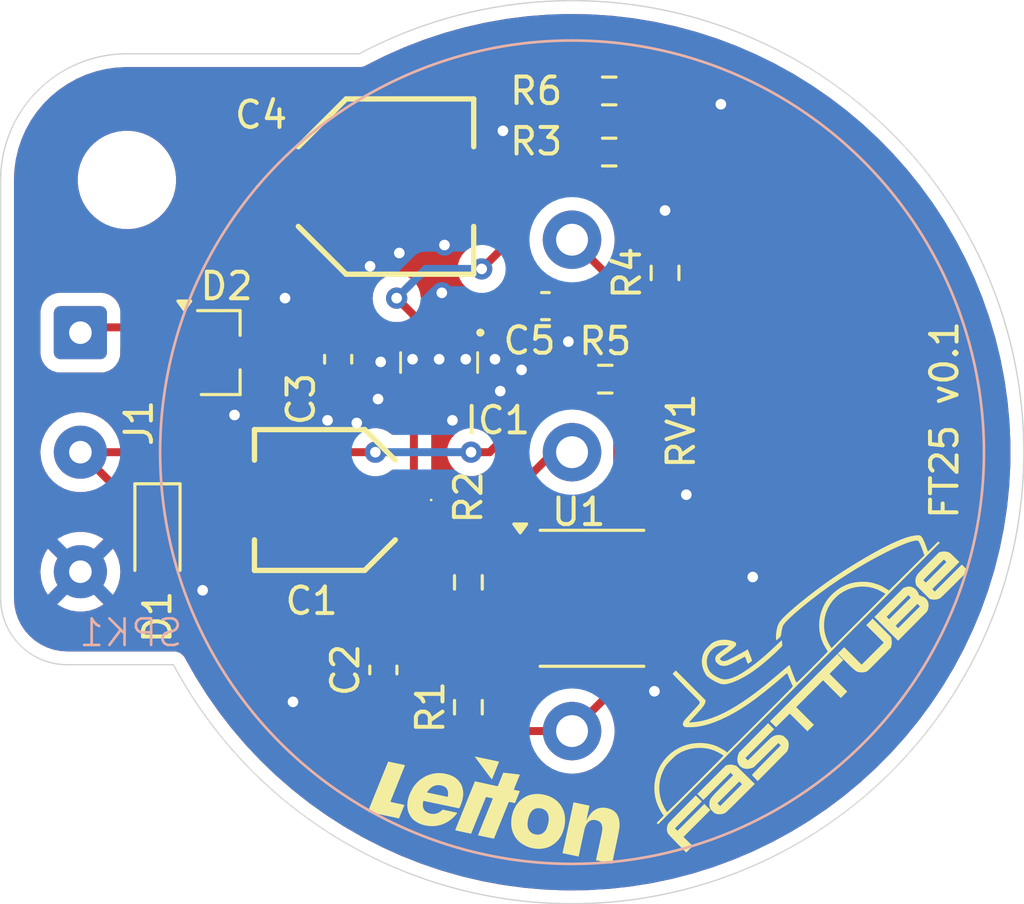
<source format=kicad_pcb>
(kicad_pcb
	(version 20240108)
	(generator "pcbnew")
	(generator_version "8.0")
	(general
		(thickness 1.6)
		(legacy_teardrops no)
	)
	(paper "A4")
	(layers
		(0 "F.Cu" signal)
		(31 "B.Cu" power)
		(32 "B.Adhes" user "B.Adhesive")
		(33 "F.Adhes" user "F.Adhesive")
		(34 "B.Paste" user)
		(35 "F.Paste" user)
		(36 "B.SilkS" user "B.Silkscreen")
		(37 "F.SilkS" user "F.Silkscreen")
		(38 "B.Mask" user)
		(39 "F.Mask" user)
		(40 "Dwgs.User" user "User.Drawings")
		(41 "Cmts.User" user "User.Comments")
		(42 "Eco1.User" user "User.Eco1")
		(43 "Eco2.User" user "User.Eco2")
		(44 "Edge.Cuts" user)
		(45 "Margin" user)
		(46 "B.CrtYd" user "B.Courtyard")
		(47 "F.CrtYd" user "F.Courtyard")
		(48 "B.Fab" user)
		(49 "F.Fab" user)
		(50 "User.1" user)
		(51 "User.2" user)
		(52 "User.3" user)
		(53 "User.4" user)
		(54 "User.5" user)
		(55 "User.6" user)
		(56 "User.7" user)
		(57 "User.8" user)
		(58 "User.9" user)
	)
	(setup
		(stackup
			(layer "F.SilkS"
				(type "Top Silk Screen")
			)
			(layer "F.Paste"
				(type "Top Solder Paste")
			)
			(layer "F.Mask"
				(type "Top Solder Mask")
				(thickness 0.01)
			)
			(layer "F.Cu"
				(type "copper")
				(thickness 0.035)
			)
			(layer "dielectric 1"
				(type "core")
				(thickness 1.51)
				(material "FR4")
				(epsilon_r 4.5)
				(loss_tangent 0.02)
			)
			(layer "B.Cu"
				(type "copper")
				(thickness 0.035)
			)
			(layer "B.Mask"
				(type "Bottom Solder Mask")
				(thickness 0.01)
			)
			(layer "B.Paste"
				(type "Bottom Solder Paste")
			)
			(layer "B.SilkS"
				(type "Bottom Silk Screen")
			)
			(copper_finish "None")
			(dielectric_constraints no)
		)
		(pad_to_mask_clearance 0)
		(allow_soldermask_bridges_in_footprints no)
		(pcbplotparams
			(layerselection 0x00010fc_ffffffff)
			(plot_on_all_layers_selection 0x0000000_00000000)
			(disableapertmacros no)
			(usegerberextensions no)
			(usegerberattributes yes)
			(usegerberadvancedattributes yes)
			(creategerberjobfile yes)
			(dashed_line_dash_ratio 12.000000)
			(dashed_line_gap_ratio 3.000000)
			(svgprecision 4)
			(plotframeref no)
			(viasonmask no)
			(mode 1)
			(useauxorigin no)
			(hpglpennumber 1)
			(hpglpenspeed 20)
			(hpglpendiameter 15.000000)
			(pdf_front_fp_property_popups yes)
			(pdf_back_fp_property_popups yes)
			(dxfpolygonmode yes)
			(dxfimperialunits yes)
			(dxfusepcbnewfont yes)
			(psnegative no)
			(psa4output no)
			(plotreference yes)
			(plotvalue yes)
			(plotfptext yes)
			(plotinvisibletext no)
			(sketchpadsonfab no)
			(subtractmaskfromsilk no)
			(outputformat 1)
			(mirror no)
			(drillshape 1)
			(scaleselection 1)
			(outputdirectory "")
		)
	)
	(net 0 "")
	(net 1 "VDD")
	(net 2 "GND")
	(net 3 "Net-(U1-FEED)")
	(net 4 "Net-(SPK1-M)")
	(net 5 "+24V")
	(net 6 "Net-(U1-HRNEN)")
	(net 7 "Net-(D2-A)")
	(net 8 "Net-(IC1-EN{slash}ADJ)")
	(net 9 "/SIG")
	(net 10 "Net-(SPK1-G)")
	(net 11 "Net-(SPK1-F)")
	(net 12 "Net-(R3-Pad2)")
	(net 13 "unconnected-(U1-NC-Pad1)")
	(net 14 "unconnected-(U1-NC-Pad3)")
	(footprint "Connector_Wire:SolderWire-0.25sqmm_1x03_P4.5mm_D0.65mm_OD2mm" (layer "F.Cu") (at 131.5 95.5 -90))
	(footprint "soundbox:EEE0GA101SR" (layer "F.Cu") (at 140.7 101.8 180))
	(footprint "Capacitor_SMD:C_0603_1608Metric_Pad1.08x0.95mm_HandSolder" (layer "F.Cu") (at 141.2 96.5 -90))
	(footprint "LOGO" (layer "F.Cu") (at 157.785054 107.960449 45))
	(footprint "Resistor_SMD:R_0603_1608Metric_Pad0.98x0.95mm_HandSolder" (layer "F.Cu") (at 146.1 109.6 90))
	(footprint "soundbox:06TR4FA104DPR" (layer "F.Cu") (at 159 95.5))
	(footprint "Capacitor_SMD:C_0603_1608Metric_Pad1.08x0.95mm_HandSolder" (layer "F.Cu") (at 149 94.5 180))
	(footprint "Resistor_SMD:R_0603_1608Metric_Pad0.98x0.95mm_HandSolder" (layer "F.Cu") (at 153.5 93.25 90))
	(footprint "soundbox:EEE1AA101SP" (layer "F.Cu") (at 143 90))
	(footprint "soundbox:PG-SCT595-5" (layer "F.Cu") (at 145 96.5 180))
	(footprint "Resistor_SMD:R_0603_1608Metric_Pad0.98x0.95mm_HandSolder" (layer "F.Cu") (at 146.1 104.9 -90))
	(footprint "Resistor_SMD:R_0603_1608Metric_Pad0.98x0.95mm_HandSolder" (layer "F.Cu") (at 151.4 88.7))
	(footprint "MountingHole:MountingHole_3.2mm_M3_DIN965" (layer "F.Cu") (at 133.25 89.75))
	(footprint "Package_TO_SOT_SMD:SOT-23_Handsoldering" (layer "F.Cu") (at 136.75 96.25))
	(footprint "soundbox:LeitOn_small_wo_sq" (layer "F.Cu") (at 147.2 113.1 -12))
	(footprint "Package_SO:SOIC-8_3.9x4.9mm_P1.27mm" (layer "F.Cu") (at 150.75 105.5))
	(footprint "Resistor_SMD:R_0603_1608Metric_Pad0.98x0.95mm_HandSolder" (layer "F.Cu") (at 151.25 97.25))
	(footprint "Capacitor_SMD:C_0603_1608Metric_Pad1.08x0.95mm_HandSolder" (layer "F.Cu") (at 142.9 108.2 90))
	(footprint "Diode_SMD:D_SOD-323_HandSoldering" (layer "F.Cu") (at 134.4 103.2 -90))
	(footprint "Resistor_SMD:R_0603_1608Metric_Pad0.98x0.95mm_HandSolder" (layer "F.Cu") (at 151.4 86.4))
	(footprint "soundbox:CPT-3016-105T" (layer "B.Cu") (at 150 100 180))
	(gr_arc
		(start 128.5 89.75)
		(mid 129.891243 86.391243)
		(end 133.25 85)
		(stroke
			(width 0.05)
			(type default)
		)
		(layer "Edge.Cuts")
		(uuid "0c9499f7-3257-4d1a-ab45-d3dea9659961")
	)
	(gr_line
		(start 133.25 85)
		(end 142 85)
		(stroke
			(width 0.05)
			(type default)
		)
		(layer "Edge.Cuts")
		(uuid "145b8ce2-1cdf-402f-8341-2813b341aab6")
	)
	(gr_line
		(start 128.5 89.75)
		(end 128.5 105.5)
		(stroke
			(width 0.05)
			(type default)
		)
		(layer "Edge.Cuts")
		(uuid "5702bfe5-fa35-42f9-b66d-dc1faf38af9f")
	)
	(gr_line
		(start 131 108)
		(end 135 108)
		(stroke
			(width 0.05)
			(type default)
		)
		(layer "Edge.Cuts")
		(uuid "7ce022d5-3481-46fd-850f-fa99ac5c91eb")
	)
	(gr_arc
		(start 142 85)
		(mid 166.263456 104.949746)
		(end 135.000001 108.000003)
		(stroke
			(width 0.05)
			(type default)
		)
		(layer "Edge.Cuts")
		(uuid "8a2c619c-8626-4af2-8c59-1422d0ba61b9")
	)
	(gr_arc
		(start 131 108)
		(mid 129.232233 107.267767)
		(end 128.5 105.5)
		(stroke
			(width 0.05)
			(type default)
		)
		(layer "Edge.Cuts")
		(uuid "e1634623-b024-4caa-9d4d-69a765686d49")
	)
	(gr_rect
		(start 128.5 83)
		(end 167 117)
		(stroke
			(width 0.01)
			(type default)
		)
		(fill none)
		(layer "User.1")
		(uuid "39b0a146-c4d4-4256-ae48-acf0ec4d99bd")
	)
	(gr_text "FT25 v0.1"
		(at 164.6 102.6 90)
		(layer "F.SilkS")
		(uuid "0568cae2-bee3-4247-bec4-4aec8861298f")
		(effects
			(font
				(size 1 1)
				(thickness 0.15)
			)
			(justify left bottom)
		)
	)
	(segment
		(start 144 97.75)
		(end 144.05 97.7)
		(width 0.3)
		(layer "F.Cu")
		(net 1)
		(uuid "b57598a9-8b18-4e03-89c1-05fa95734452")
	)
	(segment
		(start 142.85 101.8)
		(end 144.05 101.8)
		(width 0.3)
		(layer "F.Cu")
		(net 1)
		(uuid "b743f3e9-4660-4641-8a39-1aa2c34a7ec6")
	)
	(segment
		(start 144.05 103.55)
		(end 145.365 104.865)
		(width 0.3)
		(layer "F.Cu")
		(net 1)
		(uuid "baf1dd12-5c87-4598-ae4e-02b66320306d")
	)
	(segment
		(start 148.275 104.865)
		(end 145.365 104.865)
		(width 0.3)
		(layer "F.Cu")
		(net 1)
		(uuid "bf47607a-6c55-41ef-8986-734ffc4b7598")
	)
	(segment
		(start 144.05 97.7)
		(end 144.05 101.8)
		(width 0.3)
		(layer "F.Cu")
		(net 1)
		(uuid "e76334a2-a807-41c8-9764-cb10044c002d")
	)
	(segment
		(start 144.05 101.8)
		(end 144.05 103.55)
		(width 0.3)
		(layer "F.Cu")
		(net 1)
		(uuid "ff472632-bdff-42e4-a82e-97f5f664d1a4")
	)
	(segment
		(start 149.8625 95.8375)
		(end 149.8625 94.5)
		(width 0.3)
		(layer "F.Cu")
		(net 2)
		(uuid "71920597-7374-42a3-8e56-7b58da0dcf27")
	)
	(via
		(at 155.6 86.9)
		(size 0.8)
		(drill 0.4)
		(layers "F.Cu" "B.Cu")
		(free yes)
		(net 2)
		(uuid "06a1a750-8536-4cf8-9192-35bc867304a9")
	)
	(via
		(at 140.8 98.8)
		(size 0.8)
		(drill 0.4)
		(layers "F.Cu" "B.Cu")
		(free yes)
		(net 2)
		(uuid "11677aed-5d35-4c15-8c41-230ac25975ee")
	)
	(via
		(at 141.9 98.9)
		(size 0.8)
		(drill 0.4)
		(layers "F.Cu" "B.Cu")
		(free yes)
		(net 2)
		(uuid "1634c358-6587-4d9e-a4c2-90a5ab1faafd")
	)
	(via
		(at 147.3 97.7)
		(size 0.8)
		(drill 0.4)
		(layers "F.Cu" "B.Cu")
		(free yes)
		(net 2)
		(uuid "1a418d52-d221-44b1-ad1d-91e97992ecb3")
	)
	(via
		(at 142.7 98)
		(size 0.8)
		(drill 0.4)
		(layers "F.Cu" "B.Cu")
		(free yes)
		(net 2)
		(uuid "25345f8f-538d-46a3-b8d8-5a868b8a4bca")
	)
	(via
		(at 143.5 92.5)
		(size 0.8)
		(drill 0.4)
		(layers "F.Cu" "B.Cu")
		(free yes)
		(net 2)
		(uuid "384c8bfa-3338-4421-b506-b5dcc7f603cf")
	)
	(via
		(at 153.5 90.9)
		(size 0.8)
		(drill 0.4)
		(layers "F.Cu" "B.Cu")
		(free yes)
		(net 2)
		(uuid "59e64dbd-0451-436f-844e-4c0d273598ba")
	)
	(via
		(at 148.1 96.9)
		(size 0.8)
		(drill 0.4)
		(layers "F.Cu" "B.Cu")
		(free yes)
		(net 2)
		(uuid "69cbc453-a834-432c-a06f-6af5e0115401")
	)
	(via
		(at 145 96.5)
		(size 0.8)
		(drill 0.4)
		(layers "F.Cu" "B.Cu")
		(free yes)
		(net 2)
		(uuid "6a66460c-c4ed-4cbb-ad75-8721cfb01e79")
	)
	(via
		(at 153.1 109)
		(size 0.8)
		(drill 0.4)
		(layers "F.Cu" "B.Cu")
		(free yes)
		(net 2)
		(uuid "7fa75b93-3a54-4ab9-823b-8664220d8fc0")
	)
	(via
		(at 136.1 105.2)
		(size 0.8)
		(drill 0.4)
		(layers "F.Cu" "B.Cu")
		(free yes)
		(net 2)
		(uuid "83ee66e4-35b7-421f-bd51-e9232ebc2f9c")
	)
	(via
		(at 147.4 87.9)
		(size 0.8)
		(drill 0.4)
		(layers "F.Cu" "B.Cu")
		(free yes)
		(net 2)
		(uuid "87ee8f62-5586-4ec4-bf64-4d8e7f4f3c00")
	)
	(via
		(at 142.8 96.6)
		(size 0.8)
		(drill 0.4)
		(layers "F.Cu" "B.Cu")
		(free yes)
		(net 2)
		(uuid "88f446c1-03c1-4aaf-8c6d-a532e3fea711")
	)
	(via
		(at 145.2 92.2)
		(size 0.8)
		(drill 0.4)
		(layers "F.Cu" "B.Cu")
		(free yes)
		(net 2)
		(uuid "96ccf5b1-b85a-42c6-89d1-03c3653c0e78")
	)
	(via
		(at 139.2 94.2)
		(size 0.8)
		(drill 0.4)
		(layers "F.Cu" "B.Cu")
		(free yes)
		(net 2)
		(uuid "992c7461-a546-414a-83a3-be9358a4ffe2")
	)
	(via
		(at 145.1 94)
		(size 0.8)
		(drill 0.4)
		(layers "F.Cu" "B.Cu")
		(free yes)
		(net 2)
		(uuid "b57f5c0c-c97f-4e02-83ff-2ef698d42b64")
	)
	(via
		(at 145.5 98.8)
		(size 0.8)
		(drill 0.4)
		(layers "F.Cu" "B.Cu")
		(free yes)
		(net 2)
		(uuid "b5ab2b73-4634-4e0e-855d-42a626e2a677")
	)
	(via
		(at 154.3 101.6)
		(size 0.8)
		(drill 0.4)
		(layers "F.Cu" "B.Cu")
		(free yes)
		(net 2)
		(uuid "b76a2fc2-0f04-4ac7-8040-3c68efea3aaa")
	)
	(via
		(at 146 96.5)
		(size 0.8)
		(drill 0.4)
		(layers "F.Cu" "B.Cu")
		(free yes)
		(net 2)
		(uuid "ce89bd32-5eb5-4729-8660-e03d2d9f2e18")
	)
	(via
		(at 147.1 96.5)
		(size 0.8)
		(drill 0.4)
		(layers "F.Cu" "B.Cu")
		(free yes)
		(net 2)
		(uuid "d6efebd2-3405-41b1-bc0d-84897ffc75fb")
	)
	(via
		(at 149.8625 95.8375)
		(size 0.8)
		(drill 0.4)
		(layers "F.Cu" "B.Cu")
		(free yes)
		(net 2)
		(uuid "d8f12fb1-bcf4-4713-a92c-8cd19cfe334a")
	)
	(via
		(at 156.8 104.7)
		(size 0.8)
		(drill 0.4)
		(layers "F.Cu" "B.Cu")
		(free yes)
		(net 2)
		(uuid "db890ffb-38c3-4b56-bb01-106cd42901c5")
	)
	(via
		(at 144 96.5)
		(size 0.8)
		(drill 0.4)
		(layers "F.Cu" "B.Cu")
		(free yes)
		(net 2)
		(uuid "dcf1182a-9346-40f1-9a54-d1175b80aebf")
	)
	(via
		(at 139.5 109.4)
		(size 0.8)
		(drill 0.4)
		(layers "F.Cu" "B.Cu")
		(free yes)
		(net 2)
		(uuid "dee0939a-5e0d-4315-a470-5bde3c7fcd15")
	)
	(via
		(at 137.3 98.6)
		(size 0.8)
		(drill 0.4)
		(layers "F.Cu" "B.Cu")
		(free yes)
		(net 2)
		(uuid "ecf13844-64d3-4d09-826f-01f2a3714814")
	)
	(via
		(at 142.4 93)
		(size 0.8)
		(drill 0.4)
		(layers "F.Cu" "B.Cu")
		(free yes)
		(net 2)
		(uuid "f5a8ee92-c6be-49c6-a40d-bd44551aab57")
	)
	(segment
		(start 148.275 107.405)
		(end 146.105 107.405)
		(width 0.3)
		(layer "F.Cu")
		(net 3)
		(uuid "4d85323a-08d1-468c-bfd3-e496a2731d71")
	)
	(segment
		(start 146.1 107.4)
		(end 146.1 105.8125)
		(width 0.3)
		(layer "F.Cu")
		(net 3)
		(uuid "5c0b8596-5503-4d34-b55d-432a6a55b318")
	)
	(segment
		(start 146.105 107.405)
		(end 146.1 107.4)
		(width 0.3)
		(layer "F.Cu")
		(net 3)
		(uuid "5dd55fdd-6d11-4b51-a953-3fa965ab3532")
	)
	(segment
		(start 142.9 107.3375)
		(end 144.25 108.6875)
		(width 0.3)
		(layer "F.Cu")
		(net 3)
		(uuid "809582d5-cb13-4f9f-8fae-3838a63656e2")
	)
	(segment
		(start 144.25 108.6875)
		(end 146.1 108.6875)
		(width 0.3)
		(layer "F.Cu")
		(net 3)
		(uuid "c431d874-8573-4efa-9021-024d20a72e9e")
	)
	(segment
		(start 146.1 108.6875)
		(end 146.1 107.4)
		(width 0.3)
		(layer "F.Cu")
		(net 3)
		(uuid "f412a4c1-f106-41a2-a9c6-a0084babeb82")
	)
	(segment
		(start 148.2 109.6)
		(end 150.3 107.5)
		(width 0.3)
		(layer "F.Cu")
		(net 4)
		(uuid "09090e3d-2f29-4507-9429-c54334b8180b")
	)
	(segment
		(start 151.25 98.55)
		(end 151.7 99)
		(width 0.3)
		(layer "F.Cu")
		(net 4)
		(uuid "30c7c0a9-de98-46ee-ad56-98519c7cfb85")
	)
	(segment
		(start 150.3 107.5)
		(end 150.3 106.3)
		(width 0.3)
		(layer "F.Cu")
		(net 4)
		(uuid "34d22c14-3b91-47dd-9037-04ff02b781cf")
	)
	(segment
		(start 152 104.865)
		(end 151.735 104.865)
		(width 0.3)
		(layer "F.Cu")
		(net 4)
		(uuid "36da2dfc-84c8-4d31-a70b-2f8f40fe67e3")
	)
	(segment
		(start 151.7 104.6)
		(end 151.7 104.83)
		(width 0.3)
		(layer "F.Cu")
		(net 4)
		(uuid "3ae480d1-8672-4f2c-a851-94f59965e078")
	)
	(segment
		(start 151.7 99)
		(end 151.7 104.6)
		(width 0.3)
		(layer "F.Cu")
		(net 4)
		(uuid "45402f4d-99c3-4ba9-bd66-4a1ea8da26b0")
	)
	(segment
		(start 151.735 104.6)
		(end 152 104.865)
		(width 0.3)
		(layer "F.Cu")
		(net 4)
		(uuid "5da0f8fb-e2f9-41b0-9801-f13702b13393")
	)
	(segment
		(start 151.7 104.83)
		(end 151.735 104.865)
		(width 0.3)
		(layer "F.Cu")
		(net 4)
		(uuid "78b78ccc-63d2-4be6-8684-dc2b419e2d99")
	)
	(segment
		(start 151.25 93.25)
		(end 151.25 98.55)
		(width 0.3)
		(layer "F.Cu")
		(net 4)
		(uuid "7bc63da9-9e54-4147-a93d-721567276b1d")
	)
	(segment
		(start 143.4375 109.6)
		(end 148.2 109.6)
		(width 0.3)
		(layer "F.Cu")
		(net 4)
		(uuid "c2b5b2b3-27c6-43a2-b502-9ae649b08a1d")
	)
	(segment
		(start 151.735 104.865)
		(end 150.3 106.3)
		(width 0.3)
		(layer "F.Cu")
		(net 4)
		(uuid "cf7f2034-b1e3-46d7-85ba-64c853f641b5")
	)
	(segment
		(start 150 92)
		(end 151.25 93.25)
		(width 0.3)
		(layer "F.Cu")
		(net 4)
		(uuid "d0f86c55-1497-473f-92ab-0926b530691e")
	)
	(segment
		(start 153.06 104.7)
		(end 153.225 104.865)
		(width 0.3)
		(layer "F.Cu")
		(net 4)
		(uuid "de487b46-dff6-4637-b730-51caf9eeca2e")
	)
	(segment
		(start 151.7 104.6)
		(end 151.735 104.6)
		(width 0.3)
		(layer "F.Cu")
		(net 4)
		(uuid "e604e90e-3383-4c49-a31e-adad540853ba")
	)
	(segment
		(start 142.9 109.0625)
		(end 143.4375 109.6)
		(width 0.3)
		(layer "F.Cu")
		(net 4)
		(uuid "e7b372ad-6d44-40f3-b292-ca0030a4c4bb")
	)
	(segment
		(start 153.225 104.865)
		(end 152 104.865)
		(width 0.3)
		(layer "F.Cu")
		(net 4)
		(uuid "fb5f5bb4-df8e-49f9-aeab-c72ab1a7e5d2")
	)
	(segment
		(start 141.2 95.6375)
		(end 141.2 90.7)
		(width 0.3)
		(layer "F.Cu")
		(net 5)
		(uuid "054909e3-392b-4d3d-88ec-2922324e7a7e")
	)
	(segment
		(start 147.7 92)
		(end 147.7 91)
		(width 0.3)
		(layer "F.Cu")
		(net 5)
		(uuid "1714de18-f19e-4a1d-9fcb-abbc4390ca85")
	)
	(segment
		(start 143.4 94.2)
		(end 144.05 94.85)
		(width 0.3)
		(layer "F.Cu")
		(net 5)
		(uuid "1dab445f-7c67-472b-bea0-a057a8fe6814")
	)
	(segment
		(start 141.5875 95.25)
		(end 144 95.25)
		(width 0.3)
		(layer "F.Cu")
		(net 5)
		(uuid "3cdd5ae0-fe74-40b7-91eb-253b46d6524f")
	)
	(segment
		(start 138.25 96.25)
		(end 139.5 96.25)
		(width 0.3)
		(layer "F.Cu")
		(net 5)
		(uuid "4441b124-5698-47f2-8d50-494066e51d56")
	)
	(segment
		(start 140.1125 95.6375)
		(end 141.2 95.6375)
		(width 0.3)
		(layer "F.Cu")
		(net 5)
		(uuid "8b82cbf6-a61f-4b56-bb7e-98c50b4ea897")
	)
	(segment
		(start 150 88.7)
		(end 150.4875 88.7)
		(width 0.3)
		(layer "F.Cu")
		(net 5)
		(uuid "91449544-3d85-43bf-892d-142f30243a74")
	)
	(segment
		(start 146.6 93.1)
		(end 147.7 92)
		(width 0.3)
		(layer "F.Cu")
		(net 5)
		(uuid "a21a02bd-2759-401c-b257-6fddf78b91b4")
	)
	(segment
		(start 141.2 90.7)
		(end 140.5 90)
		(width 0.3)
		(layer "F.Cu")
		(net 5)
		(uuid "ab3fc132-876d-40fd-8a37-516f998d4401")
	)
	(segment
		(start 144.05 94.85)
		(end 144.05 95.3)
		(width 0.3)
		(layer "F.Cu")
		(net 5)
		(uuid "adf1574a-72d4-442f-b8a1-48199444bd90")
	)
	(segment
		(start 147.7 91)
		(end 150 88.7)
		(width 0.3)
		(layer "F.Cu")
		(net 5)
		(uuid "b0d0a533-03d1-4d10-9c9d-275a057f1864")
	)
	(segment
		(start 139.5 96.25)
		(end 140.1125 95.6375)
		(width 0.3)
		(layer "F.Cu")
		(net 5)
		(uuid "b40aa696-d52a-4b37-a289-b30fb8eedf24")
	)
	(segment
		(start 141.2 95.6375)
		(end 141.5875 95.25)
		(width 0.3)
		(layer "F.Cu")
		(net 5)
		(uuid "c70a6765-40cc-46c1-a2d9-b3050acd3216")
	)
	(segment
		(start 150.4875 86.4)
		(end 150.4875 88.7)
		(width 0.3)
		(layer "F.Cu")
		(net 5)
		(uuid "e74d25ae-28d4-40ff-aaa6-db74846f4d2c")
	)
	(via
		(at 146.6 93.1)
		(size 0.8)
		(drill 0.4)
		(layers "F.Cu" "B.Cu")
		(net 5)
		(uuid "1f66e272-7d73-47e7-85fd-2cea844f1376")
	)
	(via
		(at 143.4 94.2)
		(size 0.8)
		(drill 0.4)
		(layers "F.Cu" "B.Cu")
		(net 5)
		(uuid "8331b1ec-10d8-49af-bc63-06d3c2054628")
	)
	(segment
		(start 143.4 94.2)
		(end 144.5 93.1)
		(width 0.3)
		(layer "B.Cu")
		(net 5)
		(uuid "3d463da7-f24e-4295-b6cf-c9e0d28f4c0f")
	)
	(segment
		(start 144.5 93.1)
		(end 146.6 93.1)
		(width 0.3)
		(layer "B.Cu")
		(net 5)
		(uuid "83c9ff67-d173-4d20-ab93-11f408c2536e")
	)
	(segment
		(start 152.5 97.5875)
		(end 152.5 101.75)
		(width 0.3)
		(layer "F.Cu")
		(net 6)
		(uuid "074a2975-fd68-4c40-8155-f0e5b9abf23d")
	)
	(segment
		(start 152.1625 97.25)
		(end 152.5 97.5875)
		(width 0.3)
		(layer "F.Cu")
		(net 6)
		(uuid "21ff4d6b-8fcc-4b1c-820c-c5cadcb9bf55")
	)
	(segment
		(start 152.5 101.75)
		(end 153.25 102.5)
		(width 0.3)
		(layer "F.Cu")
		(net 6)
		(uuid "2fba2c5a-2a97-4175-bfeb-038d973dde82")
	)
	(segment
		(start 153.25 103.57)
		(end 153.225 103.595)
		(width 0.3)
		(layer "F.Cu")
		(net 6)
		(uuid "418fabef-99d7-47c9-abc2-f7723d16f244")
	)
	(segment
		(start 152.1625 97.25)
		(end 152.25 97.25)
		(width 0.3)
		(layer "F.Cu")
		(net 6)
		(uuid "52311879-8ed6-466b-bba9-44d036750aed")
	)
	(segment
		(start 153.25 102.5)
		(end 153.25 103.57)
		(width 0.3)
		(layer "F.Cu")
		(net 6)
		(uuid "cdcf619f-a978-4667-ae1c-20f141c6c1ed")
	)
	(segment
		(start 153.5 96)
		(end 153.5 94.1625)
		(width 0.3)
		(layer "F.Cu")
		(net 6)
		(uuid "ef8cfd81-6cb9-4d71-b3bf-0610e509a439")
	)
	(segment
		(start 152.25 97.25)
		(end 153.5 96)
		(width 0.3)
		(layer "F.Cu")
		(net 6)
		(uuid "fa2f396c-09cf-4795-881a-85a4b4ae0039")
	)
	(segment
		(start 135.25 95.3)
		(end 131.7 95.3)
		(width 0.3)
		(layer "F.Cu")
		(net 7)
		(uuid "a91db6b1-c4d0-4082-8243-54f9f4debef9")
	)
	(segment
		(start 131.7 95.3)
		(end 131.5 95.5)
		(width 0.3)
		(layer "F.Cu")
		(net 7)
		(uuid "b4303bdb-fbe9-4f59-8912-f6fe0909e13f")
	)
	(segment
		(start 159 91.225)
		(end 157.525 89.75)
		(width 0.3)
		(layer "F.Cu")
		(net 8)
		(uuid "10e80ff1-24c9-4e99-a6ae-40c6b4da76d7")
	)
	(segment
		(start 145.95 95.3)
		(end 147.425 93.825)
		(width 0.3)
		(layer "F.Cu")
		(net 8)
		(uuid "69f64f3f-7002-47e9-8d79-e5b3fa90185e")
	)
	(segment
		(start 148.25 93)
		(end 147.425 93.825)
		(width 0.3)
		(layer "F.Cu")
		(net 8)
		(uuid "71a75b59-ac82-42df-ab4d-24534136247c")
	)
	(segment
		(start 149.75 89.75)
		(end 148.25 91.25)
		(width 0.3)
		(layer "F.Cu")
		(net 8)
		(uuid "7c187c0d-5463-49e4-b302-7e6b907a001c")
	)
	(segment
		(start 157.525 89.75)
		(end 149.75 89.75)
		(width 0.3)
		(layer "F.Cu")
		(net 8)
		(uuid "8caf3322-20bd-4792-87d4-2ac4b6e61f44")
	)
	(segment
		(start 148.1375 94.5)
		(end 148.1 94.5)
		(width 0.3)
		(layer "F.Cu")
		(net 8)
		(uuid "c7a1fbfd-de61-4daa-8cec-99339a910f45")
	)
	(segment
		(start 148.1 94.5)
		(end 147.425 93.825)
		(width 0.3)
		(layer "F.Cu")
		(net 8)
		(uuid "fb5c3ebe-ae4a-47c1-bc91-695929b1d538")
	)
	(segment
		(start 148.25 91.25)
		(end 148.25 93)
		(width 0.3)
		(layer "F.Cu")
		(net 8)
		(uuid "fd5ccc6b-1f50-4929-b1e8-f7fa3b79e0ff")
	)
	(segment
		(start 134.4 101.95)
		(end 133.45 101.95)
		(width 0.3)
		(layer "F.Cu")
		(net 9)
		(uuid "0fe563d9-a79f-498c-bb52-76c56e7dcda7")
	)
	(segment
		(start 133.45 101.95)
		(end 131.5 100)
		(width 0.3)
		(layer "F.Cu")
		(net 9)
		(uuid "17b2d4b1-992b-4b43-9684-383b57817b18")
	)
	(segment
		(start 134.4 100)
		(end 142.6 100)
		(width 0.3)
		(layer "F.Cu")
		(net 9)
		(uuid "27127dbf-bac2-4c6f-af65-19975f8f1970")
	)
	(segment
		(start 149.65 97.25)
		(end 150.3375 97.25)
		(width 0.3)
		(layer "F.Cu")
		(net 9)
		(uuid "49712491-cc98-417d-9fd7-6bea8419dd0f")
	)
	(segment
		(start 146.2 100)
		(end 146.9 100)
		(width 0.3)
		(layer "F.Cu")
		(net 9)
		(uuid "527f361a-886e-4d3e-b2f8-d2e7b77728ba")
	)
	(segment
		(start 131.5 100)
		(end 134.4 100)
		(width 0.3)
		(layer "F.Cu")
		(net 9)
		(uuid "72cbdf54-c0e4-4740-a118-61cf36656b59")
	)
	(segment
		(start 134.4 101.95)
		(end 134.4 100)
		(width 0.3)
		(layer "F.Cu")
		(net 9)
		(uuid "e650d11d-7494-414b-b1e1-ba5442f115dd")
	)
	(segment
		(start 146.9 100)
		(end 149.65 97.25)
		(width 0.3)
		(layer "F.Cu")
		(net 9)
		(uuid "eab867c7-f470-4870-8085-66ac175dac89")
	)
	(via
		(at 146.2 100)
		(size 0.8)
		(drill 0.4)
		(layers "F.Cu" "B.Cu")
		(net 9)
		(uuid "3e77b714-44f3-4163-8c08-87f52830b850")
	)
	(via
		(at 142.6 100)
		(size 0.8)
		(drill 0.4)
		(layers "F.Cu" "B.Cu")
		(net 9)
		(uuid "5281ce56-3ddb-4cc6-af00-7d45d7765312")
	)
	(segment
		(start 142.6 100)
		(end 146.2 100)
		(width 0.3)
		(layer "B.Cu")
		(net 9)
		(uuid "7f30ac41-d40b-4057-b41b-f5859121de8d")
	)
	(segment
		(start 146.1 110.5125)
		(end 146.1125 110.5)
		(width 0.3)
		(layer "F.Cu")
		(net 10)
		(uuid "0985b6fd-d180-4fc5-bce9-3d6204322516")
	)
	(segment
		(start 150 110.5)
		(end 151.3 109.2)
		(width 0.3)
		(layer "F.Cu")
		(net 10)
		(uuid "29833cd4-ae84-47c3-a086-4dfcd0ca3a64")
	)
	(segment
		(start 146.1125 110.5)
		(end 150 110.5)
		(width 0.3)
		(layer "F.Cu")
		(net 10)
		(uuid "924cc875-b40f-4c52-9192-86ac241c9175")
	)
	(segment
		(start 151.965 106.135)
		(end 153.225 106.135)
		(width 0.3)
		(layer "F.Cu")
		(net 10)
		(uuid "d32f4e74-f404-477c-91c6-11336f273e81")
	)
	(segment
		(start 151.3 109.2)
		(end 151.3 106.8)
		(width 0.3)
		(layer "F.Cu")
		(net 10)
		(uuid "e4c7c31e-d0bc-4d47-b7ae-acbdc347fd7a")
	)
	(segment
		(start 151.3 106.8)
		(end 151.965 106.135)
		(width 0.3)
		(layer "F.Cu")
		(net 10)
		(uuid "e78a7e10-98f9-4831-bed7-9f8aafb304a1")
	)
	(segment
		(start 146.1 103.2)
		(end 149.3 100)
		(width 0.3)
		(layer "F.Cu")
		(net 11)
		(uuid "3d79fbfe-060e-4a2f-b6c7-315adffdce03")
	)
	(segment
		(start 149.3 100)
		(end 150 100)
		(width 0.3)
		(layer "F.Cu")
		(net 11)
		(uuid "980e4570-315c-43cf-bb18-51c17d13a9fc")
	)
	(segment
		(start 146.1 103.9875)
		(end 146.1 103.2)
		(width 0.3)
		(layer "F.Cu")
		(net 11)
		(uuid "c6c913eb-38cc-4add-a1e5-ec5c4b90d394")
	)
	(segment
		(start 161.15 100.425)
		(end 161.15 89.95)
		(width 0.3)
		(layer "F.Cu")
		(net 12)
		(uuid "26979417-b786-4be8-984f-7d0738cdff24")
	)
	(segment
		(start 161.15 89.95)
		(end 159.9 88.7)
		(width 0.3)
		(layer "F.Cu")
		(net 12)
		(uuid "7718b055-c971-4cec-ab44-672e9f6976fc")
	)
	(segment
		(start 159.9 88.7)
		(end 152.3125 88.7)
		(width 0.3)
		(layer "F.Cu")
		(net 12)
		(uuid "8f63e3d9-dbb7-40be-853d-4d064e73fe36")
	)
	(segment
		(start 152.3125 86.4)
		(end 152.3125 88.7)
		(width 0.3)
		(layer "F.Cu")
		(net 12)
		(uuid "d1f80375-c994-4ac9-a326-cf0882761c94")
	)
	(zone
		(net 2)
		(net_name "GND")
		(layer "F.Cu")
		(uuid "3fbb25a7-40e0-4e93-a8cf-da28d9fa13f5")
		(hatch edge 0.5)
		(connect_pads
			(clearance 0.5)
		)
		(min_thickness 0.25)
		(filled_areas_thickness no)
		(fill yes
			(thermal_gap 0.5)
			(thermal_bridge_width 0.5)
		)
		(polygon
			(pts
				(arc
					(start 133.25 85)
					(mid 129.891243 86.391243)
					(end 128.5 89.75)
				)
				(arc
					(start 128.5 105.5)
					(mid 129.232233 107.267767)
					(end 131 108)
				)
				(xy 135 108)
				(arc
					(start 135.000001 108.000003)
					(mid 166.263456 104.949746)
					(end 142 85)
				)
			)
		)
		(filled_polygon
			(layer "F.Cu")
			(pts
				(xy 150.729967 83.516727) (xy 150.735946 83.516994) (xy 151.529551 83.571622) (xy 151.535512 83.572178)
				(xy 152.325547 83.665284) (xy 152.331488 83.666131) (xy 153.116064 83.797492) (xy 153.121948 83.798625)
				(xy 153.899202 83.967928) (xy 153.905055 83.969353) (xy 154.67315 84.176196) (xy 154.678926 84.177903)
				(xy 154.926303 84.25759) (xy 155.436071 84.421803) (xy 155.441739 84.423781) (xy 155.642771 84.4995)
				(xy 156.18618 84.704175) (xy 156.191764 84.706435) (xy 156.420514 84.805529) (xy 156.92169 85.022639)
				(xy 156.927133 85.025156) (xy 157.640856 85.376443) (xy 157.646152 85.379211) (xy 158.007932 85.579661)
				(xy 158.341966 85.764738) (xy 158.347163 85.767784) (xy 158.47746 85.848486) (xy 158.948506 86.140239)
				(xy 159.023447 86.186655) (xy 159.028489 86.189951) (xy 159.683594 86.641142) (xy 159.68847 86.644678)
				(xy 160.320892 87.12715) (xy 160.325591 87.130918) (xy 160.933869 87.64356) (xy 160.938379 87.647553)
				(xy 161.397717 88.074499) (xy 161.52102 88.189106) (xy 161.525322 88.193304) (xy 162.080992 88.76253)
				(xy 162.085075 88.76692) (xy 162.42776 89.1539) (xy 162.612445 89.362457) (xy 162.616328 89.367062)
				(xy 163.114154 89.987504) (xy 163.117808 89.992292) (xy 163.584903 90.63616) (xy 163.588321 90.64112)
				(xy 164.02362 91.306946) (xy 164.026792 91.312067) (xy 164.429209 91.998189) (xy 164.43213 92.003457)
				(xy 164.800779 92.708359) (xy 164.80344 92.713763) (xy 165.137416 93.435723) (xy 165.139811 93.441249)
				(xy 165.438334 94.178578) (xy 165.440458 94.184215) (xy 165.702817 94.935159) (xy 165.704665 94.940892)
				(xy 165.930247 95.703687) (xy 165.931815 95.709503) (xy 166.120094 96.482377) (xy 166.121377 96.488262)
				(xy 166.271897 97.26935) (xy 166.272893 97.275291) (xy 166.385306 98.062778) (xy 166.386012 98.06876)
				(xy 166.460049 98.860763) (xy 166.460464 98.866772) (xy 166.495954 99.661458) (xy 166.496076 99.66748)
				(xy 166.492931 100.462926) (xy 166.492761 100.468947) (xy 166.450992 101.263308) (xy 166.45053 101.269314)
				(xy 166.370231 102.060734) (xy 166.369477 102.06671) (xy 166.250847 102.853248) (xy 166.249804 102.859181)
				(xy 166.093108 103.639082) (xy 166.091779 103.644957) (xy 165.897403 104.416295) (xy 165.89579 104.422098)
				(xy 165.664175 105.183117) (xy 165.662281 105.188835) (xy 165.394001 105.937657) (xy 165.391833 105.943277)
				(xy 165.087485 106.678239) (xy 165.085046 106.683746) (xy 164.745375 107.40304) (xy 164.742671 107.408423)
				(xy 164.368469 108.110374) (xy 164.365507 108.115619) (xy 163.957661 108.798566) (xy 163.954448 108.803661)
				(xy 163.513912 109.466005) (xy 163.510455 109.470938) (xy 163.03828 110.1111) (xy 163.034588 110.115859)
				(xy 162.531877 110.732341) (xy 162.527958 110.736916) (xy 161.995916 111.328243) (xy 161.99178 111.332621)
				(xy 161.431636 111.897426) (xy 161.427292 111.901599) (xy 160.840365 112.438551) (xy 160.835823 112.442507)
				(xy 160.223555 112.950289) (xy 160.218827 112.954021) (xy 159.582572 113.431508) (xy 159.577667 113.435005)
				(xy 158.919031 113.880992) (xy 158.913963 113.884248) (xy 158.2344 114.297752) (xy 158.22918 114.300757)
				(xy 157.530353 114.680764) (xy 157.524993 114.683512) (xy 156.808549 115.02913) (xy 156.803061 115.031615)
				(xy 156.07065 115.342042) (xy 156.065049 115.344257) (xy 155.318444 115.618746) (xy 155.312742 115.620686)
				(xy 154.553708 115.858588) (xy 154.547918 115.86025) (xy 153.778191 116.06102) (xy 153.772328 116.062398)
				(xy 152.993786 116.225546) (xy 152.987862 116.226638) (xy 152.202301 116.351787) (xy 152.196331 116.35259)
				(xy 151.405621 116.439444) (xy 151.399619 116.439956) (xy 150.605628 116.488307) (xy 150.599609 116.488527)
				(xy 149.804195 116.498265) (xy 149.798172 116.498192) (xy 149.003244 116.469291) (xy 148.997231 116.468926)
				(xy 148.204642 116.401456) (xy 148.198655 116.4008) (xy 147.410252 116.294916) (xy 147.404303 116.293969)
				(xy 146.622001 116.149929) (xy 146.616117 116.148697) (xy 146.189642 116.048542) (xy 145.84171 115.966832)
				(xy 145.835882 115.965313) (xy 145.071224 115.746055) (xy 145.065476 115.744254) (xy 144.312383 115.488127)
				(xy 144.306729 115.48605) (xy 143.56695 115.193649) (xy 143.561403 115.191299) (xy 142.836702 114.863319)
				(xy 142.831277 114.860703) (xy 142.123376 114.497927) (xy 142.118083 114.495051) (xy 141.775208 114.297752)
				(xy 141.428576 114.098291) (xy 141.423452 114.095174) (xy 140.754067 113.665424) (xy 140.749086 113.662053)
				(xy 140.101371 113.200311) (xy 140.096552 113.196697) (xy 139.47199 112.704019) (xy 139.467353 112.700174)
				(xy 138.867485 112.177775) (xy 138.86304 112.17371) (xy 138.289225 111.622774) (xy 138.285004 111.618519)
				(xy 137.738622 111.040367) (xy 137.734602 111.035901) (xy 137.7005 110.996111) (xy 137.216945 110.431903)
				(xy 137.213163 110.427268) (xy 136.725416 109.798803) (xy 136.721866 109.793992) (xy 136.265236 109.142613)
				(xy 136.261907 109.13761) (xy 135.837445 108.464819) (xy 135.834383 108.459694) (xy 135.49257 107.85466)
				(xy 135.472447 107.81904) (xy 135.467008 107.807879) (xy 135.438688 107.758829) (xy 135.436662 107.75518)
				(xy 135.410612 107.706335) (xy 135.405882 107.699721) (xy 135.406296 107.699424) (xy 135.40585 107.698822)
				(xy 135.405447 107.699132) (xy 135.4005 107.692685) (xy 135.361331 107.653517) (xy 135.358432 107.650519)
				(xy 135.339444 107.63021) (xy 135.320612 107.610066) (xy 135.320606 107.610062) (xy 135.314329 107.6049)
				(xy 135.314651 107.604507) (xy 135.314068 107.604044) (xy 135.31376 107.604447) (xy 135.307318 107.599504)
				(xy 135.307314 107.5995) (xy 135.287321 107.587957) (xy 135.259272 107.571762) (xy 135.255748 107.569648)
				(xy 135.208765 107.540373) (xy 135.208761 107.540372) (xy 135.201367 107.537013) (xy 135.201577 107.53655)
				(xy 135.200884 107.536249) (xy 135.200691 107.536717) (xy 135.193181 107.533606) (xy 135.139606 107.519251)
				(xy 135.135607 107.518107) (xy 135.112998 107.511226) (xy 135.082691 107.502002) (xy 135.074678 107.500672)
				(xy 135.07476 107.500175) (xy 135.074013 107.500063) (xy 135.073948 107.50056) (xy 135.065893 107.4995)
				(xy 135.065892 107.4995) (xy 135.010425 107.4995) (xy 135.006256 107.49943) (xy 134.95098 107.49757)
				(xy 134.950979 107.49757) (xy 134.950975 107.49757) (xy 134.942888 107.498359) (xy 134.942838 107.497852)
				(xy 134.92846 107.4995) (xy 131.004067 107.4995) (xy 130.995957 107.499235) (xy 130.747116 107.482925)
				(xy 130.731035 107.480807) (xy 130.490464 107.432954) (xy 130.474797 107.428756) (xy 130.24252 107.349909)
				(xy 130.227534 107.343702) (xy 130.007539 107.235212) (xy 129.993492 107.227102) (xy 129.789539 107.090825)
				(xy 129.776671 107.080951) (xy 129.59225 106.919218) (xy 129.580781 106.907749) (xy 129.446385 106.7545)
				(xy 129.419045 106.723325) (xy 129.409174 106.71046) (xy 129.393408 106.686865) (xy 129.272897 106.506507)
				(xy 129.264787 106.49246) (xy 129.21306 106.387569) (xy 129.156294 106.272458) (xy 129.15009 106.257479)
				(xy 129.071243 106.025202) (xy 129.067045 106.009535) (xy 129.053315 105.94051) (xy 129.01919 105.768953)
				(xy 129.017075 105.752895) (xy 129.000765 105.504043) (xy 129.0005 105.495933) (xy 129.0005 104.499994)
				(xy 129.994859 104.499994) (xy 129.994859 104.500005) (xy 130.015385 104.747729) (xy 130.015387 104.747738)
				(xy 130.076412 104.988717) (xy 130.176266 105.216364) (xy 130.276564 105.369882) (xy 131.078274 104.568172)
				(xy 131.103963 104.664044) (xy 131.159916 104.760956) (xy 131.239044 104.840084) (xy 131.335956 104.896037)
				(xy 131.431827 104.921725) (xy 130.629942 105.723609) (xy 130.676768 105.760055) (xy 130.67677 105.760056)
				(xy 130.895385 105.878364) (xy 130.895396 105.878369) (xy 131.130506 105.959083) (xy 131.375707 106)
				(xy 131.624293 106) (xy 131.869493 105.959083) (xy 132.104603 105.878369) (xy 132.104614 105.878364)
				(xy 132.323228 105.760057) (xy 132.323231 105.760055) (xy 132.370056 105.723609) (xy 131.568172 104.921725)
				(xy 131.664044 104.896037) (xy 131.760956 104.840084) (xy 131.840084 104.760956) (xy 131.896037 104.664044)
				(xy 131.921725 104.568173) (xy 132.723434 105.369882) (xy 132.823731 105.216369) (xy 132.923587 104.988717)
				(xy 132.984043 104.749986) (xy 133.400001 104.749986) (xy 133.410494 104.852697) (xy 133.465641 105.019119)
				(xy 133.465643 105.019124) (xy 133.557684 105.168345) (xy 133.681654 105.292315) (xy 133.830875 105.384356)
				(xy 133.83088 105.384358) (xy 133.997302 105.439505) (xy 133.997309 105.439506) (xy 134.100019 105.449999)
				(xy 134.65 105.449999) (xy 134.699972 105.449999) (xy 134.699986 105.449998) (xy 134.802697 105.439505)
				(xy 134.969119 105.384358) (xy 134.969124 105.384356) (xy 135.118345 105.292315) (xy 135.242315 105.168345)
				(xy 135.334356 105.019124) (xy 135.334358 105.019119) (xy 135.389505 104.852697) (xy 135.389506 104.85269)
				(xy 135.399999 104.749986) (xy 135.4 104.749973) (xy 135.4 104.7) (xy 134.65 104.7) (xy 134.65 105.449999)
				(xy 134.100019 105.449999) (xy 134.149999 105.449998) (xy 134.15 105.449998) (xy 134.15 104.7) (xy 133.400001 104.7)
				(xy 133.400001 104.749986) (xy 132.984043 104.749986) (xy 132.984612 104.747738) (xy 132.984614 104.747729)
				(xy 133.005141 104.500005) (xy 133.005141 104.499994) (xy 132.984614 104.25227) (xy 132.984612 104.252261)
				(xy 132.958719 104.150013) (xy 133.4 104.150013) (xy 133.4 104.2) (xy 134.15 104.2) (xy 134.65 104.2)
				(xy 135.399999 104.2) (xy 135.399999 104.150028) (xy 135.399998 104.150013) (xy 135.389505 104.047302)
				(xy 135.334358 103.88088) (xy 135.334356 103.880875) (xy 135.242315 103.731654) (xy 135.118345 103.607684)
				(xy 134.969124 103.515643) (xy 134.969119 103.515641) (xy 134.802697 103.460494) (xy 134.80269 103.460493)
				(xy 134.699986 103.45) (xy 134.65 103.45) (xy 134.65 104.2) (xy 134.15 104.2) (xy 134.15 103.45)
				(xy 134.149999 103.449999) (xy 134.100029 103.45) (xy 134.100011 103.450001) (xy 133.997302 103.460494)
				(xy 133.83088 103.515641) (xy 133.830875 103.515643) (xy 133.681654 103.607684) (xy 133.557684 103.731654)
				(xy 133.465643 103.880875) (xy 133.465641 103.88088) (xy 133.410494 104.047302) (xy 133.410493 104.047309)
				(xy 133.4 104.150013) (xy 132.958719 104.150013) (xy 132.923587 104.011282) (xy 132.823731 103.78363)
				(xy 132.723434 103.630116) (xy 131.921725 104.431826) (xy 131.896037 104.335956) (xy 131.840084 104.239044)
				(xy 131.760956 104.159916) (xy 131.664044 104.103963) (xy 131.568173 104.078274) (xy 132.370057 103.27639)
				(xy 132.370056 103.276389) (xy 132.323229 103.239943) (xy 132.104614 103.121635) (xy 132.104603 103.12163)
				(xy 131.869493 103.040916) (xy 131.624293 103) (xy 131.375707 103) (xy 131.130506 103.040916) (xy 130.895396 103.12163)
				(xy 130.89539 103.121632) (xy 130.676761 103.239949) (xy 130.629942 103.276388) (xy 130.629942 103.27639)
				(xy 131.431827 104.078274) (xy 131.335956 104.103963) (xy 131.239044 104.159916) (xy 131.159916 104.239044)
				(xy 131.103963 104.335956) (xy 131.078274 104.431826) (xy 130.276564 103.630116) (xy 130.176267 103.783632)
				(xy 130.076412 104.011282) (xy 130.015387 104.252261) (xy 130.015385 104.25227) (xy 129.994859 104.499994)
				(xy 129.0005 104.499994) (xy 129.0005 99.999994) (xy 129.994357 99.999994) (xy 129.994357 100.000005)
				(xy 130.01489 100.247812) (xy 130.014892 100.247824) (xy 130.075936 100.488881) (xy 130.175826 100.716606)
				(xy 130.311833 100.924782) (xy 130.311836 100.924785) (xy 130.480256 101.107738) (xy 130.676491 101.260474)
				(xy 130.89519 101.378828) (xy 131.130386 101.459571) (xy 131.375665 101.5005) (xy 131.624335 101.5005)
				(xy 131.869614 101.459571) (xy 131.922966 101.441254) (xy 131.992762 101.438104) (xy 132.050909 101.470855)
				(xy 133.035324 102.455271) (xy 133.035327 102.455274) (xy 133.131196 102.519331) (xy 133.131201 102.519334)
				(xy 133.141873 102.526465) (xy 133.260256 102.575501) (xy 133.26026 102.575501) (xy 133.260261 102.575502)
				(xy 133.385928 102.6005) (xy 133.385931 102.6005) (xy 133.446042 102.6005) (xy 133.513081 102.620185)
				(xy 133.55158 102.659402) (xy 133.557288 102.668656) (xy 133.681344 102.792712) (xy 133.830666 102.884814)
				(xy 133.997203 102.939999) (xy 134.099991 102.9505) (xy 134.700008 102.950499) (xy 134.700016 102.950498)
				(xy 134.700019 102.950498) (xy 134.756302 102.944748) (xy 134.802797 102.939999) (xy 134.969334 102.884814)
				(xy 135.118656 102.792712) (xy 135.242712 102.668656) (xy 135.255549 102.647844) (xy 136.65 102.647844)
				(xy 136.656401 102.707372) (xy 136.656403 102.707379) (xy 136.706645 102.842086) (xy 136.706649 102.842093)
				(xy 136.792809 102.957187) (xy 136.792812 102.95719) (xy 136.907906 103.04335) (xy 136.907913 103.043354)
				(xy 137.04262 103.093596) (xy 137.042627 103.093598) (xy 137.102155 103.099999) (xy 137.102172 103.1)
				(xy 138.3 103.1) (xy 138.8 103.1) (xy 139.997828 103.1) (xy 139.997844 103.099999) (xy 140.057372 103.093598)
				(xy 140.057379 103.093596) (xy 140.192086 103.043354) (xy 140.192093 103.04335) (xy 140.307187 102.95719)
				(xy 140.30719 102.957187) (xy 140.39335 102.842093) (xy 140.393354 102.842086) (xy 140.443596 102.707379)
				(xy 140.443598 102.707372) (xy 140.449999 102.647844) (xy 140.45 102.647827) (xy 140.45 102.05)
				(xy 138.8 102.05) (xy 138.8 103.1) (xy 138.3 103.1) (xy 138.3 102.05) (xy 136.65 102.05) (xy 136.65 102.647844)
				(xy 135.255549 102.647844) (xy 135.334814 102.519334) (xy 135.389999 102.352797) (xy 135.4005 102.250009)
				(xy 135.400499 101.649992) (xy 135.389999 101.547203) (xy 135.334814 101.380666) (xy 135.242712 101.231344)
				(xy 135.118656 101.107288) (xy 135.118655 101.107287) (xy 135.109402 101.10158) (xy 135.062678 101.049632)
				(xy 135.0505 100.996042) (xy 135.0505 100.7745) (xy 135.070185 100.707461) (xy 135.122989 100.661706)
				(xy 135.1745 100.6505) (xy 136.568115 100.6505) (xy 136.635154 100.670185) (xy 136.680909 100.722989)
				(xy 136.690853 100.792147) (xy 136.684297 100.817833) (xy 136.656403 100.89262) (xy 136.656401 100.892627)
				(xy 136.65 100.952155) (xy 136.65 101.55) (xy 140.45 101.55) (xy 140.45 100.952172) (xy 140.449999 100.952155)
				(xy 140.443598 100.892627) (xy 140.443596 100.89262) (xy 140.415703 100.817833) (xy 140.410719 100.748141)
				(xy 140.444204 100.686818) (xy 140.505527 100.653334) (xy 140.531885 100.6505) (xy 140.867582 100.6505)
				(xy 140.934621 100.670185) (xy 140.980376 100.722989) (xy 140.99032 100.792147) (xy 140.983764 100.817833)
				(xy 140.955908 100.892517) (xy 140.949501 100.952116) (xy 140.949501 100.952123) (xy 140.9495 100.952135)
				(xy 140.9495 102.64787) (xy 140.949501 102.647876) (xy 140.955908 102.707483) (xy 141.006202 102.842328)
				(xy 141.006206 102.842335) (xy 141.092452 102.957544) (xy 141.092455 102.957547) (xy 141.207664 103.043793)
				(xy 141.207671 103.043797) (xy 141.342517 103.094091) (xy 141.342516 103.094091) (xy 141.349444 103.094835)
				(xy 141.402127 103.1005) (xy 143.2755 103.100499) (xy 143.342539 103.120184) (xy 143.388294 103.172987)
				(xy 143.3995 103.224499) (xy 143.3995 103.614069) (xy 143.414271 103.688324) (xy 143.42289 103.731654)
				(xy 143.424499 103.739744) (xy 143.453887 103.810694) (xy 143.473535 103.858127) (xy 143.544723 103.964669)
				(xy 143.544726 103.964673) (xy 144.950325 105.370272) (xy 144.950332 105.370278) (xy 145.013145 105.412248)
				(xy 145.013146 105.412248) (xy 145.056865 105.44146) (xy 145.056867 105.441461) (xy 145.056873 105.441465)
				(xy 145.056879 105.441467) (xy 145.058945 105.442572) (xy 145.05983 105.443442) (xy 145.061938 105.44485)
				(xy 145.061671 105.445249) (xy 145.108793 105.491531) (xy 145.1245 105.551935) (xy 145.1245 106.111669)
				(xy 145.124501 106.111687) (xy 145.134825 106.212752) (xy 145.166993 106.309825) (xy 145.184975 106.364093)
				(xy 145.189092 106.376515) (xy 145.189093 106.376518) (xy 145.195912 106.387573) (xy 145.27966 106.52335)
				(xy 145.40165 106.64534) (xy 145.401656 106.645343) (xy 145.402405 106.645936) (xy 145.40279 106.64648)
				(xy 145.406757 106.650447) (xy 145.406079 106.651124) (xy 145.442785 106.702956) (xy 145.4495 106.743207)
				(xy 145.4495 107.756792) (xy 145.429815 107.823831) (xy 145.406619 107.849415) (xy 145.406757 107.849553)
				(xy 145.403941 107.852368) (xy 145.402407 107.854061) (xy 145.401652 107.854657) (xy 145.304795 107.951515)
				(xy 145.27966 107.97665) (xy 145.278766 107.978098) (xy 145.277895 107.978882) (xy 145.275179 107.982317)
				(xy 145.274592 107.981852) (xy 145.22682 108.024821) (xy 145.173229 108.037) (xy 144.570808 108.037)
				(xy 144.503769 108.017315) (xy 144.483127 108.000681) (xy 143.911818 107.429372) (xy 143.878333 107.368049)
				(xy 143.875499 107.341691) (xy 143.875499 106.98833) (xy 143.875498 106.988313) (xy 143.865174 106.887247)
				(xy 143.85387 106.853135) (xy 143.810908 106.723484) (xy 143.72034 106.57665) (xy 143.59835 106.45466)
				(xy 143.471662 106.376518) (xy 143.451518 106.364093) (xy 143.451513 106.364091) (xy 143.450069 106.363612)
				(xy 143.287753 106.309826) (xy 143.287751 106.309825) (xy 143.186678 106.2995) (xy 142.61333 106.2995)
				(xy 142.613312 106.299501) (xy 142.512247 106.309825) (xy 142.348484 106.364092) (xy 142.348481 106.364093)
				(xy 142.201648 106.454661) (xy 142.079661 106.576648) (xy 141.989093 106.723481) (xy 141.989091 106.723486)
				(xy 141.982556 106.743207) (xy 141.934826 106.887247) (xy 141.934826 106.887248) (xy 141.934825 106.887248)
				(xy 141.9245 106.988315) (xy 141.9245 107.686669) (xy 141.924501 107.686687) (xy 141.934825 107.787752)
				(xy 141.956237 107.852368) (xy 141.989092 107.951516) (xy 142.063825 108.072678) (xy 142.079661 108.098351)
				(xy 142.093629 108.112319) (xy 142.127114 108.173642) (xy 142.12213 108.243334) (xy 142.093629 108.287681)
				(xy 142.079661 108.301648) (xy 141.989093 108.448481) (xy 141.989091 108.448486) (xy 141.969542 108.507482)
				(xy 141.934826 108.612247) (xy 141.934826 108.612248) (xy 141.934825 108.612248) (xy 141.9245 108.713315)
				(xy 141.9245 109.411669) (xy 141.924501 109.411687) (xy 141.934825 109.512752) (xy 141.968597 109.614667)
				(xy 141.989092 109.676516) (xy 142.07966 109.82335) (xy 142.20165 109.94534) (xy 142.348484 110.035908)
				(xy 142.512247 110.090174) (xy 142.613323 110.1005) (xy 142.978066 110.100499) (xy 143.045105 110.120183)
				(xy 143.046912 110.121367) (xy 143.129373 110.176465) (xy 143.247756 110.225501) (xy 143.24776 110.225501)
				(xy 143.247761 110.225502) (xy 143.373428 110.2505) (xy 143.373431 110.2505) (xy 145.0005 110.2505)
				(xy 145.067539 110.270185) (xy 145.113294 110.322989) (xy 145.1245 110.3745) (xy 145.1245 110.811669)
				(xy 145.124501 110.811687) (xy 145.134825 110.912752) (xy 145.162448 110.99611) (xy 145.189092 111.076516)
				(xy 145.27966 111.22335) (xy 145.40165 111.34534) (xy 145.548484 111.435908) (xy 145.712247 111.490174)
				(xy 145.813323 111.5005) (xy 146.386676 111.500499) (xy 146.386684 111.500498) (xy 146.386687 111.500498)
				(xy 146.44203 111.494844) (xy 146.487753 111.490174) (xy 146.651516 111.435908) (xy 146.79835 111.34534)
				(xy 146.92034 111.22335) (xy 146.928942 111.209404) (xy 146.98089 111.162679) (xy 147.034481 111.1505)
				(xy 148.454222 111.1505) (xy 148.521261 111.170185) (xy 148.567016 111.222989) (xy 148.568783 111.227046)
				(xy 148.569534 111.228861) (xy 148.70116 111.443653) (xy 148.701161 111.443656) (xy 148.749709 111.500498)
				(xy 148.864776 111.635224) (xy 149.013066 111.761875) (xy 149.056343 111.798838) (xy 149.056346 111.798839)
				(xy 149.27114 111.930466) (xy 149.503889 112.026873) (xy 149.748852 112.085683) (xy 150 112.105449)
				(xy 150.251148 112.085683) (xy 150.496111 112.026873) (xy 150.728859 111.930466) (xy 150.943659 111.798836)
				(xy 151.135224 111.635224) (xy 151.298836 111.443659) (xy 151.430466 111.228859) (xy 151.526873 110.996111)
				(xy 151.585683 110.751148) (xy 151.605449 110.5) (xy 151.585683 110.248852) (xy 151.554793 110.120183)
				(xy 151.526875 110.003896) (xy 151.526874 110.003894) (xy 151.526873 110.003889) (xy 151.526121 110.002075)
				(xy 151.526041 110.001328) (xy 151.525371 109.999266) (xy 151.525804 109.999125) (xy 151.518653 109.932609)
				(xy 151.549927 109.870129) (xy 151.552969 109.866975) (xy 151.805277 109.614669) (xy 151.876466 109.508126)
				(xy 151.905189 109.438779) (xy 151.925501 109.389744) (xy 151.9505 109.264069) (xy 151.9505 108.261723)
				(xy 151.970185 108.194684) (xy 152.022989 108.148929) (xy 152.092147 108.138985) (xy 152.132624 108.153234)
				(xy 152.132646 108.153185) (xy 152.133349 108.153489) (xy 152.137629 108.154996) (xy 152.139806 108.156283)
				(xy 152.297504 108.202099) (xy 152.29751 108.2021) (xy 152.33435 108.204999) (xy 152.334366 108.205)
				(xy 152.975 108.205) (xy 153.475 108.205) (xy 154.115634 108.205) (xy 154.115649 108.204999) (xy 154.152489 108.2021)
				(xy 154.152495 108.202099) (xy 154.310193 108.156283) (xy 154.310196 108.156282) (xy 154.451552 108.072685)
				(xy 154.451561 108.072678) (xy 154.567678 107.956561) (xy 154.567685 107.956552) (xy 154.651281 107.815198)
				(xy 154.6971 107.657486) (xy 154.697295 107.655001) (xy 154.697295 107.655) (xy 153.475 107.655)
				(xy 153.475 108.205) (xy 152.975 108.205) (xy 152.975 107.279) (xy 152.994685 107.211961) (xy 153.047489 107.166206)
				(xy 153.099 107.155) (xy 154.697295 107.155) (xy 154.697295 107.154998) (xy 154.6971 107.152513)
				(xy 154.651281 106.994801) (xy 154.567685 106.853447) (xy 154.5629 106.847278) (xy 154.565366 106.845364)
				(xy 154.538802 106.796776) (xy 154.543749 106.727082) (xy 154.564856 106.694232) (xy 154.563301 106.693026)
				(xy 154.568077 106.686868) (xy 154.568081 106.686865) (xy 154.651744 106.545398) (xy 154.697598 106.387569)
				(xy 154.7005 106.350694) (xy 154.7005 105.919306) (xy 154.697598 105.882431) (xy 154.696416 105.878364)
				(xy 154.651745 105.724606) (xy 154.651744 105.724603) (xy 154.651744 105.724602) (xy 154.568081 105.583135)
				(xy 154.568078 105.583132) (xy 154.563298 105.576969) (xy 154.56575 105.575066) (xy 154.539155 105.526421)
				(xy 154.544104 105.456726) (xy 154.56494 105.424304) (xy 154.563298 105.423031) (xy 154.568075 105.41687)
				(xy 154.568081 105.416865) (xy 154.651744 105.275398) (xy 154.697598 105.117569) (xy 154.7005 105.080694)
				(xy 154.7005 104.649306) (xy 154.697598 104.612431) (xy 154.675372 104.535931) (xy 154.651745 104.454606)
				(xy 154.651744 104.454603) (xy 154.651744 104.454602) (xy 154.568081 104.313135) (xy 154.568078 104.313132)
				(xy 154.563298 104.306969) (xy 154.56575 104.305066) (xy 154.539155 104.256421) (xy 154.544104 104.186726)
				(xy 154.56494 104.154304) (xy 154.563298 104.153031) (xy 154.568075 104.14687) (xy 154.568081 104.146865)
				(xy 154.651744 104.005398) (xy 154.697598 103.847569) (xy 154.7005 103.810694) (xy 154.7005 103.379306)
				(xy 154.697598 103.342431) (xy 154.672356 103.25555) (xy 154.651745 103.184606) (xy 154.651744 103.184603)
				(xy 154.651744 103.184602) (xy 154.568081 103.043135) (xy 154.568079 103.043133) (xy 154.568076 103.043129)
				(xy 154.45187 102.926923) (xy 154.451862 102.926917) (xy 154.337326 102.859181) (xy 154.310398 102.843256)
				(xy 154.310397 102.843255) (xy 154.310396 102.843255) (xy 154.310393 102.843254) (xy 154.152573 102.797402)
				(xy 154.152567 102.797401) (xy 154.115701 102.7945) (xy 154.115694 102.7945) (xy 154.0245 102.7945)
				(xy 153.957461 102.774815) (xy 153.911706 102.722011) (xy 153.9005 102.6705) (xy 153.9005 102.435928)
				(xy 153.875502 102.310261) (xy 153.875501 102.31026) (xy 153.875501 102.310256) (xy 153.826465 102.191873)
				(xy 153.826464 102.191872) (xy 153.826461 102.191866) (xy 153.757574 102.088769) (xy 155.539782 102.088769)
				(xy 155.539782 102.08877) (xy 155.639246 102.210753) (xy 155.79687 102.339278) (xy 155.977138 102.433442)
				(xy 156.172671 102.48939) (xy 156.172674 102.489391) (xy 156.291999 102.499999) (xy 156.292002 102.5)
				(xy 157.407998 102.5) (xy 157.408 102.499999) (xy 157.527325 102.489391) (xy 157.527328 102.48939)
				(xy 157.722861 102.433442) (xy 157.903129 102.339278) (xy 158.06075 102.210755) (xy 158.160216 102.08877)
				(xy 158.160216 102.088768) (xy 156.85 100.778553) (xy 155.539782 102.088769) (xy 153.757574 102.088769)
				(xy 153.755277 102.085332) (xy 153.719945 102.05) (xy 153.664669 101.994724) (xy 153.186819 101.516873)
				(xy 153.153334 101.45555) (xy 153.1505 101.429192) (xy 153.1505 99.291976) (xy 155.35 99.291976)
				(xy 155.35 101.558018) (xy 155.351096 101.570348) (xy 155.351097 101.570348) (xy 156.496447 100.425)
				(xy 156.496447 100.424999) (xy 157.203553 100.424999) (xy 157.203553 100.425) (xy 158.348901 101.570349)
				(xy 158.348902 101.570349) (xy 158.349999 101.558012) (xy 158.35 101.558002) (xy 158.35 99.292002)
				(xy 158.348901 99.27965) (xy 157.203553 100.424999) (xy 156.496447 100.424999) (xy 155.351097 99.279649)
				(xy 155.351096 99.27965) (xy 155.35 99.291976) (xy 153.1505 99.291976) (xy 153.1505 98.761229) (xy 155.539782 98.761229)
				(xy 156.85 100.071447) (xy 156.850001 100.071447) (xy 158.160216 98.761229) (xy 158.160216 98.761228)
				(xy 158.060753 98.639246) (xy 157.903129 98.510721) (xy 157.722861 98.416557) (xy 157.527328 98.360609)
				(xy 157.527325 98.360608) (xy 157.408 98.35) (xy 156.291999 98.35) (xy 156.172674 98.360608) (xy 156.172671 98.360609)
				(xy 155.977138 98.416557) (xy 155.79687 98.510721) (xy 155.639249 98.639245) (xy 155.539782 98.761229)
				(xy 153.1505 98.761229) (xy 153.1505 97.498769) (xy 153.150499 97.498763) (xy 153.150499 97.320808)
				(xy 153.170184 97.253769) (xy 153.186818 97.233127) (xy 153.593481 96.826465) (xy 154.005277 96.414669)
				(xy 154.076465 96.308127) (xy 154.125501 96.189744) (xy 154.126258 96.185938) (xy 154.126261 96.185938)
				(xy 154.126261 96.18592) (xy 154.1505 96.064069) (xy 154.1505 95.093207) (xy 154.170185 95.026168)
				(xy 154.19338 95.000584) (xy 154.193243 95.000447) (xy 154.19605 94.997639) (xy 154.197595 94.995936)
				(xy 154.198339 94.995346) (xy 154.19835 94.99534) (xy 154.32034 94.87335) (xy 154.410908 94.726516)
				(xy 154.465174 94.562753) (xy 154.4755 94.461677) (xy 154.475499 93.863324) (xy 154.465174 93.762247)
				(xy 154.410908 93.598484) (xy 154.32034 93.45165) (xy 154.206017 93.337327) (xy 154.172532 93.276004)
				(xy 154.177516 93.206312) (xy 154.206017 93.161964) (xy 154.319948 93.048033) (xy 154.410448 92.901311)
				(xy 154.410453 92.9013) (xy 154.46468 92.737652) (xy 154.474999 92.636654) (xy 154.475 92.636641)
				(xy 154.475 92.5875) (xy 152.525001 92.5875) (xy 152.525001 92.636654) (xy 152.535319 92.737652)
				(xy 152.589546 92.9013) (xy 152.589551 92.901311) (xy 152.680052 93.048034) (xy 152.680055 93.048038)
				(xy 152.793982 93.161965) (xy 152.827467 93.223288) (xy 152.822483 93.29298) (xy 152.793983 93.337327)
				(xy 152.679659 93.451651) (xy 152.589093 93.598481) (xy 152.589091 93.598486) (xy 152.577915 93.632214)
				(xy 152.534826 93.762247) (xy 152.534826 93.762248) (xy 152.534825 93.762248) (xy 152.5245 93.863315)
				(xy 152.5245 94.461669) (xy 152.524501 94.461687) (xy 152.534825 94.562752) (xy 152.549224 94.606204)
				(xy 152.588202 94.723831) (xy 152.589092 94.726515) (xy 152.589093 94.726518) (xy 152.606451 94.75466)
				(xy 152.67966 94.87335) (xy 152.80165 94.99534) (xy 152.801656 94.995343) (xy 152.802405 94.995936)
				(xy 152.80279 94.99648) (xy 152.806757 95.000447) (xy 152.806079 95.001124) (xy 152.842785 95.052956)
				(xy 152.8495 95.093207) (xy 152.8495 95.679191) (xy 152.829815 95.74623) (xy 152.813181 95.766872)
				(xy 152.341872 96.238181) (xy 152.280549 96.271666) (xy 152.254191 96.2745) (xy 152.0245 96.2745)
				(xy 151.957461 96.254815) (xy 151.911706 96.202011) (xy 151.9005 96.1505) (xy 151.9005 93.185928)
				(xy 151.875502 93.060261) (xy 151.875501 93.06026) (xy 151.875501 93.060256) (xy 151.826465 92.941873)
				(xy 151.82448 92.938902) (xy 151.822497 92.935933) (xy 151.755275 92.835328) (xy 151.755272 92.835325)
				(xy 151.553002 92.633056) (xy 151.519517 92.571733) (xy 151.524501 92.502042) (xy 151.526115 92.497938)
				(xy 151.526873 92.496111) (xy 151.585683 92.251148) (xy 151.602431 92.038345) (xy 152.525 92.038345)
				(xy 152.525 92.0875) (xy 153.25 92.0875) (xy 153.75 92.0875) (xy 154.474999 92.0875) (xy 154.474999 92.03836)
				(xy 154.474998 92.038345) (xy 154.46468 91.937347) (xy 154.410453 91.773699) (xy 154.410448 91.773688)
				(xy 154.319947 91.626965) (xy 154.319944 91.626961) (xy 154.198038 91.505055) (xy 154.198034 91.505052)
				(xy 154.051311 91.414551) (xy 154.0513 91.414546) (xy 153.887652 91.360319) (xy 153.786654 91.35)
				(xy 153.75 91.35) (xy 153.75 92.0875) (xy 153.25 92.0875) (xy 153.25 91.35) (xy 153.213361 91.35)
				(xy 153.213343 91.350001) (xy 153.112347 91.360319) (xy 152.948699 91.414546) (xy 152.948688 91.414551)
				(xy 152.801965 91.505052) (xy 152.801961 91.505055) (xy 152.680055 91.626961) (xy 152.680052 91.626965)
				(xy 152.589551 91.773688) (xy 152.589546 91.773699) (xy 152.535319 91.937347) (xy 152.525 92.038345)
				(xy 151.602431 92.038345) (xy 151.605449 92) (xy 151.585683 91.748852) (xy 151.526873 91.503889)
				(xy 151.489319 91.413226) (xy 151.430466 91.27114) (xy 151.298839 91.056346) (xy 151.298838 91.056343)
				(xy 151.261875 91.013066) (xy 151.135224 90.864776) (xy 151.008571 90.756604) (xy 150.943656 90.701161)
				(xy 150.943654 90.70116) (xy 150.827901 90.630227) (xy 150.781026 90.578416) (xy 150.769603 90.509486)
				(xy 150.79726 90.445323) (xy 150.855216 90.406298) (xy 150.892691 90.4005) (xy 157.204192 90.4005)
				(xy 157.271231 90.420185) (xy 157.291873 90.436819) (xy 157.463181 90.608127) (xy 157.496666 90.66945)
				(xy 157.4995 90.695808) (xy 157.4995 92.008028) (xy 157.499501 92.008034) (xy 157.510113 92.127415)
				(xy 157.566089 92.323045) (xy 157.56609 92.323048) (xy 157.566091 92.323049) (xy 157.660302 92.503407)
				(xy 157.660304 92.503409) (xy 157.78889 92.661109) (xy 157.853466 92.713763) (xy 157.946593 92.789698)
				(xy 158.126951 92.883909) (xy 158.322582 92.939886) (xy 158.441963 92.9505) (xy 159.558036 92.950499)
				(xy 159.677418 92.939886) (xy 159.873049 92.883909) (xy 160.053407 92.789698) (xy 160.211109 92.661109)
				(xy 160.279398 92.577358) (xy 160.337019 92.537842) (xy 160.406857 92.53575) (xy 160.46674 92.571748)
				(xy 160.497654 92.634406) (xy 160.4995 92.65572) (xy 160.4995 98.258916) (xy 160.479815 98.325955)
				(xy 160.427011 98.37171) (xy 160.409612 98.378132) (xy 160.276953 98.41609) (xy 160.276951 98.41609)
				(xy 160.276951 98.416091) (xy 160.096593 98.510302) (xy 160.096591 98.510303) (xy 160.09659 98.510304)
				(xy 159.93889 98.63889) (xy 159.810304 98.79659) (xy 159.810302 98.796593) (xy 159.775213 98.863767)
				(xy 159.716089 98.976954) (xy 159.681025 99.0995) (xy 159.669765 99.138855) (xy 159.660114 99.172583)
				(xy 159.660113 99.172586) (xy 159.655504 99.224428) (xy 159.650162 99.284525) (xy 159.6495 99.291966)
				(xy 159.6495 101.558028) (xy 159.649501 101.558034) (xy 159.660113 101.677415) (xy 159.716089 101.873045)
				(xy 159.71609 101.873048) (xy 159.716091 101.873049) (xy 159.810302 102.053407) (xy 159.821149 102.06671)
				(xy 159.93889 102.211109) (xy 160.032803 102.287684) (xy 160.096593 102.339698) (xy 160.276951 102.433909)
				(xy 160.276953 102.433909) (xy 160.276954 102.43391) (xy 160.296355 102.439461) (xy 160.472582 102.489886)
				(xy 160.591963 102.5005) (xy 161.708036 102.500499) (xy 161.827418 102.489886) (xy 162.023049 102.433909)
				(xy 162.203407 102.339698) (xy 162.361109 102.211109) (xy 162.489698 102.053407) (xy 162.583909 101.873049)
				(xy 162.639886 101.677418) (xy 162.6505 101.558037) (xy 162.650499 99.291964) (xy 162.639886 99.172582)
				(xy 162.595012 99.015756) (xy 162.58391 98.976954) (xy 162.583909 98.976953) (xy 162.583909 98.976951)
				(xy 162.489698 98.796593) (xy 162.437684 98.732803) (xy 162.361109 98.63889) (xy 162.210335 98.515951)
				(xy 162.203407 98.510302) (xy 162.023049 98.416091) (xy 162.016849 98.414317) (xy 161.890388 98.378132)
				(xy 161.83135 98.340764) (xy 161.801887 98.277411) (xy 161.8005 98.258916) (xy 161.8005 89.885928)
				(xy 161.775502 89.760261) (xy 161.775501 89.76026) (xy 161.775501 89.760256) (xy 161.726465 89.641873)
				(xy 161.688685 89.585331) (xy 161.655277 89.535331) (xy 161.049731 88.929785) (xy 160.314674 88
... [53541 chars truncated]
</source>
